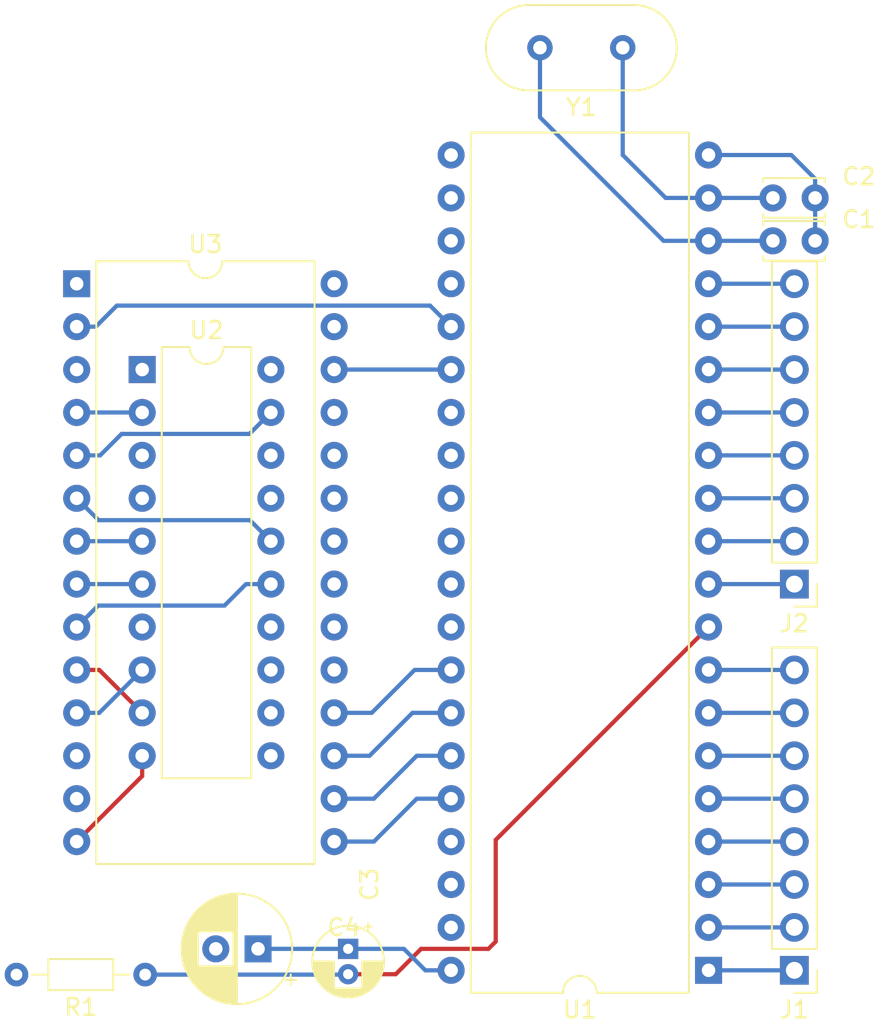
<source format=kicad_pcb>
(kicad_pcb (version 20171130) (host pcbnew "(5.0.1)-3")

  (general
    (thickness 1.6)
    (drawings 0)
    (tracks 88)
    (zones 0)
    (modules 11)
    (nets 50)
  )

  (page A4)
  (layers
    (0 F.Cu signal)
    (31 B.Cu signal)
    (32 B.Adhes user hide)
    (33 F.Adhes user hide)
    (34 B.Paste user hide)
    (35 F.Paste user hide)
    (36 B.SilkS user hide)
    (37 F.SilkS user)
    (38 B.Mask user hide)
    (39 F.Mask user hide)
    (40 Dwgs.User user hide)
    (41 Cmts.User user hide)
    (42 Eco1.User user hide)
    (43 Eco2.User user hide)
    (44 Edge.Cuts user hide)
    (45 Margin user hide)
    (46 B.CrtYd user hide)
    (47 F.CrtYd user)
    (48 B.Fab user hide)
    (49 F.Fab user hide)
  )

  (setup
    (last_trace_width 0.25)
    (trace_clearance 0.2)
    (zone_clearance 0.508)
    (zone_45_only no)
    (trace_min 0.2)
    (segment_width 0.2)
    (edge_width 0.15)
    (via_size 0.8)
    (via_drill 0.4)
    (via_min_size 0.4)
    (via_min_drill 0.3)
    (uvia_size 0.3)
    (uvia_drill 0.1)
    (uvias_allowed no)
    (uvia_min_size 0.2)
    (uvia_min_drill 0.1)
    (pcb_text_width 0.3)
    (pcb_text_size 1.5 1.5)
    (mod_edge_width 0.15)
    (mod_text_size 1 1)
    (mod_text_width 0.15)
    (pad_size 1.524 1.524)
    (pad_drill 0.762)
    (pad_to_mask_clearance 0.051)
    (solder_mask_min_width 0.25)
    (aux_axis_origin 0 0)
    (visible_elements 7FFFFFFF)
    (pcbplotparams
      (layerselection 0x010fc_ffffffff)
      (usegerberextensions false)
      (usegerberattributes false)
      (usegerberadvancedattributes false)
      (creategerberjobfile false)
      (excludeedgelayer true)
      (linewidth 0.100000)
      (plotframeref false)
      (viasonmask false)
      (mode 1)
      (useauxorigin false)
      (hpglpennumber 1)
      (hpglpenspeed 20)
      (hpglpendiameter 15.000000)
      (psnegative false)
      (psa4output false)
      (plotreference true)
      (plotvalue true)
      (plotinvisibletext false)
      (padsonsilk false)
      (subtractmaskfromsilk false)
      (outputformat 1)
      (mirror false)
      (drillshape 1)
      (scaleselection 1)
      (outputdirectory ""))
  )

  (net 0 "")
  (net 1 "Net-(C1-Pad1)")
  (net 2 GND)
  (net 3 "Net-(C2-Pad1)")
  (net 4 VCC)
  (net 5 "Net-(C3-Pad2)")
  (net 6 "Net-(J1-Pad1)")
  (net 7 "Net-(J1-Pad2)")
  (net 8 "Net-(J1-Pad3)")
  (net 9 "Net-(J1-Pad4)")
  (net 10 "Net-(J1-Pad5)")
  (net 11 "Net-(J1-Pad6)")
  (net 12 "Net-(J1-Pad7)")
  (net 13 "Net-(J1-Pad8)")
  (net 14 "Net-(J2-Pad8)")
  (net 15 "Net-(J2-Pad7)")
  (net 16 "Net-(J2-Pad6)")
  (net 17 "Net-(J2-Pad5)")
  (net 18 "Net-(J2-Pad4)")
  (net 19 "Net-(J2-Pad3)")
  (net 20 "Net-(J2-Pad2)")
  (net 21 "Net-(J2-Pad1)")
  (net 22 A8)
  (net 23 A9)
  (net 24 A10)
  (net 25 A11)
  (net 26 A12)
  (net 27 A13)
  (net 28 "Net-(U1-Pad27)")
  (net 29 "Net-(U1-Pad28)")
  (net 30 PSEN)
  (net 31 ALE)
  (net 32 DB7)
  (net 33 DB6)
  (net 34 DB5)
  (net 35 DB4)
  (net 36 DB3)
  (net 37 DB2)
  (net 38 DB1)
  (net 39 DB0)
  (net 40 A6)
  (net 41 A7)
  (net 42 A3)
  (net 43 A1)
  (net 44 A2)
  (net 45 A4)
  (net 46 A0)
  (net 47 A5)
  (net 48 "Net-(U3-Pad1)")
  (net 49 "Net-(U3-Pad27)")

  (net_class Default 这是默认网络组.
    (clearance 0.2)
    (trace_width 0.25)
    (via_dia 0.8)
    (via_drill 0.4)
    (uvia_dia 0.3)
    (uvia_drill 0.1)
    (add_net A0)
    (add_net A1)
    (add_net A10)
    (add_net A11)
    (add_net A12)
    (add_net A13)
    (add_net A2)
    (add_net A3)
    (add_net A4)
    (add_net A5)
    (add_net A6)
    (add_net A7)
    (add_net A8)
    (add_net A9)
    (add_net ALE)
    (add_net DB0)
    (add_net DB1)
    (add_net DB2)
    (add_net DB3)
    (add_net DB4)
    (add_net DB5)
    (add_net DB6)
    (add_net DB7)
    (add_net GND)
    (add_net "Net-(C1-Pad1)")
    (add_net "Net-(C2-Pad1)")
    (add_net "Net-(C3-Pad2)")
    (add_net "Net-(J1-Pad1)")
    (add_net "Net-(J1-Pad2)")
    (add_net "Net-(J1-Pad3)")
    (add_net "Net-(J1-Pad4)")
    (add_net "Net-(J1-Pad5)")
    (add_net "Net-(J1-Pad6)")
    (add_net "Net-(J1-Pad7)")
    (add_net "Net-(J1-Pad8)")
    (add_net "Net-(J2-Pad1)")
    (add_net "Net-(J2-Pad2)")
    (add_net "Net-(J2-Pad3)")
    (add_net "Net-(J2-Pad4)")
    (add_net "Net-(J2-Pad5)")
    (add_net "Net-(J2-Pad6)")
    (add_net "Net-(J2-Pad7)")
    (add_net "Net-(J2-Pad8)")
    (add_net "Net-(U1-Pad27)")
    (add_net "Net-(U1-Pad28)")
    (add_net "Net-(U3-Pad1)")
    (add_net "Net-(U3-Pad27)")
    (add_net PSEN)
    (add_net VCC)
  )

  (module Capacitor_THT:C_Disc_D3.4mm_W2.1mm_P2.50mm (layer F.Cu) (tedit 62CD72C7) (tstamp 62D9E746)
    (at 180.34 62.23)
    (descr "C, Disc series, Radial, pin pitch=2.50mm, , diameter*width=3.4*2.1mm^2, Capacitor, http://www.vishay.com/docs/45233/krseries.pdf")
    (tags "C Disc series Radial pin pitch 2.50mm  diameter 3.4mm width 2.1mm Capacitor")
    (path /62CFB74C)
    (fp_text reference C1 (at 5.08 -1.27) (layer F.SilkS)
      (effects (font (size 1 1) (thickness 0.15)))
    )
    (fp_text value 30P (at 5.08 0) (layer F.Fab)
      (effects (font (size 1 1) (thickness 0.15)))
    )
    (fp_line (start -0.45 -1.05) (end -0.45 1.05) (layer F.Fab) (width 0.1))
    (fp_line (start -0.45 1.05) (end 2.95 1.05) (layer F.Fab) (width 0.1))
    (fp_line (start 2.95 1.05) (end 2.95 -1.05) (layer F.Fab) (width 0.1))
    (fp_line (start 2.95 -1.05) (end -0.45 -1.05) (layer F.Fab) (width 0.1))
    (fp_line (start -0.57 -1.17) (end 3.07 -1.17) (layer F.SilkS) (width 0.12))
    (fp_line (start -0.57 1.17) (end 3.07 1.17) (layer F.SilkS) (width 0.12))
    (fp_line (start -0.57 -1.17) (end -0.57 -0.925) (layer F.SilkS) (width 0.12))
    (fp_line (start -0.57 0.925) (end -0.57 1.17) (layer F.SilkS) (width 0.12))
    (fp_line (start 3.07 -1.17) (end 3.07 -0.925) (layer F.SilkS) (width 0.12))
    (fp_line (start 3.07 0.925) (end 3.07 1.17) (layer F.SilkS) (width 0.12))
    (fp_line (start -1.05 -1.3) (end -1.05 1.3) (layer F.CrtYd) (width 0.05))
    (fp_line (start -1.05 1.3) (end 3.55 1.3) (layer F.CrtYd) (width 0.05))
    (fp_line (start 3.55 1.3) (end 3.55 -1.3) (layer F.CrtYd) (width 0.05))
    (fp_line (start 3.55 -1.3) (end -1.05 -1.3) (layer F.CrtYd) (width 0.05))
    (fp_text user %R (at 1.25 0) (layer F.Fab) hide
      (effects (font (size 0.68 0.68) (thickness 0.102)))
    )
    (pad 1 thru_hole circle (at 0 0) (size 1.6 1.6) (drill 0.8) (layers *.Cu *.Mask)
      (net 1 "Net-(C1-Pad1)"))
    (pad 2 thru_hole circle (at 2.5 0) (size 1.6 1.6) (drill 0.8) (layers *.Cu *.Mask)
      (net 2 GND))
    (model ${KISYS3DMOD}/Capacitor_THT.3dshapes/C_Disc_D3.4mm_W2.1mm_P2.50mm.wrl
      (at (xyz 0 0 0))
      (scale (xyz 1 1 1))
      (rotate (xyz 0 0 0))
    )
  )

  (module Capacitor_THT:C_Disc_D3.4mm_W2.1mm_P2.50mm (layer F.Cu) (tedit 62CDF006) (tstamp 62D9E75B)
    (at 180.34 59.69)
    (descr "C, Disc series, Radial, pin pitch=2.50mm, , diameter*width=3.4*2.1mm^2, Capacitor, http://www.vishay.com/docs/45233/krseries.pdf")
    (tags "C Disc series Radial pin pitch 2.50mm  diameter 3.4mm width 2.1mm Capacitor")
    (path /62CFB7BD)
    (fp_text reference C2 (at 5.08 -1.27) (layer F.SilkS)
      (effects (font (size 1 1) (thickness 0.15)))
    )
    (fp_text value 30P (at 5.08 0) (layer F.Fab)
      (effects (font (size 1 1) (thickness 0.15)))
    )
    (fp_text user %R (at 1.25 0) (layer F.Fab) hide
      (effects (font (size 0.68 0.68) (thickness 0.102)))
    )
    (fp_line (start 3.55 -1.3) (end -1.05 -1.3) (layer F.CrtYd) (width 0.05))
    (fp_line (start 3.55 1.3) (end 3.55 -1.3) (layer F.CrtYd) (width 0.05))
    (fp_line (start -1.05 1.3) (end 3.55 1.3) (layer F.CrtYd) (width 0.05))
    (fp_line (start -1.05 -1.3) (end -1.05 1.3) (layer F.CrtYd) (width 0.05))
    (fp_line (start 3.07 0.925) (end 3.07 1.17) (layer F.SilkS) (width 0.12))
    (fp_line (start 3.07 -1.17) (end 3.07 -0.925) (layer F.SilkS) (width 0.12))
    (fp_line (start -0.57 0.925) (end -0.57 1.17) (layer F.SilkS) (width 0.12))
    (fp_line (start -0.57 -1.17) (end -0.57 -0.925) (layer F.SilkS) (width 0.12))
    (fp_line (start -0.57 1.17) (end 3.07 1.17) (layer F.SilkS) (width 0.12))
    (fp_line (start -0.57 -1.17) (end 3.07 -1.17) (layer F.SilkS) (width 0.12))
    (fp_line (start 2.95 -1.05) (end -0.45 -1.05) (layer F.Fab) (width 0.1))
    (fp_line (start 2.95 1.05) (end 2.95 -1.05) (layer F.Fab) (width 0.1))
    (fp_line (start -0.45 1.05) (end 2.95 1.05) (layer F.Fab) (width 0.1))
    (fp_line (start -0.45 -1.05) (end -0.45 1.05) (layer F.Fab) (width 0.1))
    (pad 2 thru_hole circle (at 2.5 0) (size 1.6 1.6) (drill 0.8) (layers *.Cu *.Mask)
      (net 2 GND))
    (pad 1 thru_hole circle (at 0 0) (size 1.6 1.6) (drill 0.8) (layers *.Cu *.Mask)
      (net 3 "Net-(C2-Pad1)"))
    (model ${KISYS3DMOD}/Capacitor_THT.3dshapes/C_Disc_D3.4mm_W2.1mm_P2.50mm.wrl
      (at (xyz 0 0 0))
      (scale (xyz 1 1 1))
      (rotate (xyz 0 0 0))
    )
  )

  (module Capacitor_THT:CP_Radial_D4.0mm_P1.50mm (layer F.Cu) (tedit 5AE50EF0) (tstamp 62D9FBC1)
    (at 155.194 104.14 270)
    (descr "CP, Radial series, Radial, pin pitch=1.50mm, , diameter=4mm, Electrolytic Capacitor")
    (tags "CP Radial series Radial pin pitch 1.50mm  diameter 4mm Electrolytic Capacitor")
    (path /62D1A95E)
    (fp_text reference C3 (at -3.81 -1.27 270) (layer F.SilkS)
      (effects (font (size 1 1) (thickness 0.15)))
    )
    (fp_text value 10U (at -3.81 1.27 270) (layer F.Fab)
      (effects (font (size 1 1) (thickness 0.15)))
    )
    (fp_circle (center 0.75 0) (end 2.75 0) (layer F.Fab) (width 0.1))
    (fp_circle (center 0.75 0) (end 2.87 0) (layer F.SilkS) (width 0.12))
    (fp_circle (center 0.75 0) (end 3 0) (layer F.CrtYd) (width 0.05))
    (fp_line (start -0.952554 -0.8675) (end -0.552554 -0.8675) (layer F.Fab) (width 0.1))
    (fp_line (start -0.752554 -1.0675) (end -0.752554 -0.6675) (layer F.Fab) (width 0.1))
    (fp_line (start 0.75 0.84) (end 0.75 2.08) (layer F.SilkS) (width 0.12))
    (fp_line (start 0.75 -2.08) (end 0.75 -0.84) (layer F.SilkS) (width 0.12))
    (fp_line (start 0.79 0.84) (end 0.79 2.08) (layer F.SilkS) (width 0.12))
    (fp_line (start 0.79 -2.08) (end 0.79 -0.84) (layer F.SilkS) (width 0.12))
    (fp_line (start 0.83 0.84) (end 0.83 2.079) (layer F.SilkS) (width 0.12))
    (fp_line (start 0.83 -2.079) (end 0.83 -0.84) (layer F.SilkS) (width 0.12))
    (fp_line (start 0.87 -2.077) (end 0.87 -0.84) (layer F.SilkS) (width 0.12))
    (fp_line (start 0.87 0.84) (end 0.87 2.077) (layer F.SilkS) (width 0.12))
    (fp_line (start 0.91 -2.074) (end 0.91 -0.84) (layer F.SilkS) (width 0.12))
    (fp_line (start 0.91 0.84) (end 0.91 2.074) (layer F.SilkS) (width 0.12))
    (fp_line (start 0.95 -2.071) (end 0.95 -0.84) (layer F.SilkS) (width 0.12))
    (fp_line (start 0.95 0.84) (end 0.95 2.071) (layer F.SilkS) (width 0.12))
    (fp_line (start 0.99 -2.067) (end 0.99 -0.84) (layer F.SilkS) (width 0.12))
    (fp_line (start 0.99 0.84) (end 0.99 2.067) (layer F.SilkS) (width 0.12))
    (fp_line (start 1.03 -2.062) (end 1.03 -0.84) (layer F.SilkS) (width 0.12))
    (fp_line (start 1.03 0.84) (end 1.03 2.062) (layer F.SilkS) (width 0.12))
    (fp_line (start 1.07 -2.056) (end 1.07 -0.84) (layer F.SilkS) (width 0.12))
    (fp_line (start 1.07 0.84) (end 1.07 2.056) (layer F.SilkS) (width 0.12))
    (fp_line (start 1.11 -2.05) (end 1.11 -0.84) (layer F.SilkS) (width 0.12))
    (fp_line (start 1.11 0.84) (end 1.11 2.05) (layer F.SilkS) (width 0.12))
    (fp_line (start 1.15 -2.042) (end 1.15 -0.84) (layer F.SilkS) (width 0.12))
    (fp_line (start 1.15 0.84) (end 1.15 2.042) (layer F.SilkS) (width 0.12))
    (fp_line (start 1.19 -2.034) (end 1.19 -0.84) (layer F.SilkS) (width 0.12))
    (fp_line (start 1.19 0.84) (end 1.19 2.034) (layer F.SilkS) (width 0.12))
    (fp_line (start 1.23 -2.025) (end 1.23 -0.84) (layer F.SilkS) (width 0.12))
    (fp_line (start 1.23 0.84) (end 1.23 2.025) (layer F.SilkS) (width 0.12))
    (fp_line (start 1.27 -2.016) (end 1.27 -0.84) (layer F.SilkS) (width 0.12))
    (fp_line (start 1.27 0.84) (end 1.27 2.016) (layer F.SilkS) (width 0.12))
    (fp_line (start 1.31 -2.005) (end 1.31 -0.84) (layer F.SilkS) (width 0.12))
    (fp_line (start 1.31 0.84) (end 1.31 2.005) (layer F.SilkS) (width 0.12))
    (fp_line (start 1.35 -1.994) (end 1.35 -0.84) (layer F.SilkS) (width 0.12))
    (fp_line (start 1.35 0.84) (end 1.35 1.994) (layer F.SilkS) (width 0.12))
    (fp_line (start 1.39 -1.982) (end 1.39 -0.84) (layer F.SilkS) (width 0.12))
    (fp_line (start 1.39 0.84) (end 1.39 1.982) (layer F.SilkS) (width 0.12))
    (fp_line (start 1.43 -1.968) (end 1.43 -0.84) (layer F.SilkS) (width 0.12))
    (fp_line (start 1.43 0.84) (end 1.43 1.968) (layer F.SilkS) (width 0.12))
    (fp_line (start 1.471 -1.954) (end 1.471 -0.84) (layer F.SilkS) (width 0.12))
    (fp_line (start 1.471 0.84) (end 1.471 1.954) (layer F.SilkS) (width 0.12))
    (fp_line (start 1.511 -1.94) (end 1.511 -0.84) (layer F.SilkS) (width 0.12))
    (fp_line (start 1.511 0.84) (end 1.511 1.94) (layer F.SilkS) (width 0.12))
    (fp_line (start 1.551 -1.924) (end 1.551 -0.84) (layer F.SilkS) (width 0.12))
    (fp_line (start 1.551 0.84) (end 1.551 1.924) (layer F.SilkS) (width 0.12))
    (fp_line (start 1.591 -1.907) (end 1.591 -0.84) (layer F.SilkS) (width 0.12))
    (fp_line (start 1.591 0.84) (end 1.591 1.907) (layer F.SilkS) (width 0.12))
    (fp_line (start 1.631 -1.889) (end 1.631 -0.84) (layer F.SilkS) (width 0.12))
    (fp_line (start 1.631 0.84) (end 1.631 1.889) (layer F.SilkS) (width 0.12))
    (fp_line (start 1.671 -1.87) (end 1.671 -0.84) (layer F.SilkS) (width 0.12))
    (fp_line (start 1.671 0.84) (end 1.671 1.87) (layer F.SilkS) (width 0.12))
    (fp_line (start 1.711 -1.851) (end 1.711 -0.84) (layer F.SilkS) (width 0.12))
    (fp_line (start 1.711 0.84) (end 1.711 1.851) (layer F.SilkS) (width 0.12))
    (fp_line (start 1.751 -1.83) (end 1.751 -0.84) (layer F.SilkS) (width 0.12))
    (fp_line (start 1.751 0.84) (end 1.751 1.83) (layer F.SilkS) (width 0.12))
    (fp_line (start 1.791 -1.808) (end 1.791 -0.84) (layer F.SilkS) (width 0.12))
    (fp_line (start 1.791 0.84) (end 1.791 1.808) (layer F.SilkS) (width 0.12))
    (fp_line (start 1.831 -1.785) (end 1.831 -0.84) (layer F.SilkS) (width 0.12))
    (fp_line (start 1.831 0.84) (end 1.831 1.785) (layer F.SilkS) (width 0.12))
    (fp_line (start 1.871 -1.76) (end 1.871 -0.84) (layer F.SilkS) (width 0.12))
    (fp_line (start 1.871 0.84) (end 1.871 1.76) (layer F.SilkS) (width 0.12))
    (fp_line (start 1.911 -1.735) (end 1.911 -0.84) (layer F.SilkS) (width 0.12))
    (fp_line (start 1.911 0.84) (end 1.911 1.735) (layer F.SilkS) (width 0.12))
    (fp_line (start 1.951 -1.708) (end 1.951 -0.84) (layer F.SilkS) (width 0.12))
    (fp_line (start 1.951 0.84) (end 1.951 1.708) (layer F.SilkS) (width 0.12))
    (fp_line (start 1.991 -1.68) (end 1.991 -0.84) (layer F.SilkS) (width 0.12))
    (fp_line (start 1.991 0.84) (end 1.991 1.68) (layer F.SilkS) (width 0.12))
    (fp_line (start 2.031 -1.65) (end 2.031 -0.84) (layer F.SilkS) (width 0.12))
    (fp_line (start 2.031 0.84) (end 2.031 1.65) (layer F.SilkS) (width 0.12))
    (fp_line (start 2.071 -1.619) (end 2.071 -0.84) (layer F.SilkS) (width 0.12))
    (fp_line (start 2.071 0.84) (end 2.071 1.619) (layer F.SilkS) (width 0.12))
    (fp_line (start 2.111 -1.587) (end 2.111 -0.84) (layer F.SilkS) (width 0.12))
    (fp_line (start 2.111 0.84) (end 2.111 1.587) (layer F.SilkS) (width 0.12))
    (fp_line (start 2.151 -1.552) (end 2.151 -0.84) (layer F.SilkS) (width 0.12))
    (fp_line (start 2.151 0.84) (end 2.151 1.552) (layer F.SilkS) (width 0.12))
    (fp_line (start 2.191 -1.516) (end 2.191 -0.84) (layer F.SilkS) (width 0.12))
    (fp_line (start 2.191 0.84) (end 2.191 1.516) (layer F.SilkS) (width 0.12))
    (fp_line (start 2.231 -1.478) (end 2.231 -0.84) (layer F.SilkS) (width 0.12))
    (fp_line (start 2.231 0.84) (end 2.231 1.478) (layer F.SilkS) (width 0.12))
    (fp_line (start 2.271 -1.438) (end 2.271 -0.84) (layer F.SilkS) (width 0.12))
    (fp_line (start 2.271 0.84) (end 2.271 1.438) (layer F.SilkS) (width 0.12))
    (fp_line (start 2.311 -1.396) (end 2.311 -0.84) (layer F.SilkS) (width 0.12))
    (fp_line (start 2.311 0.84) (end 2.311 1.396) (layer F.SilkS) (width 0.12))
    (fp_line (start 2.351 -1.351) (end 2.351 1.351) (layer F.SilkS) (width 0.12))
    (fp_line (start 2.391 -1.304) (end 2.391 1.304) (layer F.SilkS) (width 0.12))
    (fp_line (start 2.431 -1.254) (end 2.431 1.254) (layer F.SilkS) (width 0.12))
    (fp_line (start 2.471 -1.2) (end 2.471 1.2) (layer F.SilkS) (width 0.12))
    (fp_line (start 2.511 -1.142) (end 2.511 1.142) (layer F.SilkS) (width 0.12))
    (fp_line (start 2.551 -1.08) (end 2.551 1.08) (layer F.SilkS) (width 0.12))
    (fp_line (start 2.591 -1.013) (end 2.591 1.013) (layer F.SilkS) (width 0.12))
    (fp_line (start 2.631 -0.94) (end 2.631 0.94) (layer F.SilkS) (width 0.12))
    (fp_line (start 2.671 -0.859) (end 2.671 0.859) (layer F.SilkS) (width 0.12))
    (fp_line (start 2.711 -0.768) (end 2.711 0.768) (layer F.SilkS) (width 0.12))
    (fp_line (start 2.751 -0.664) (end 2.751 0.664) (layer F.SilkS) (width 0.12))
    (fp_line (start 2.791 -0.537) (end 2.791 0.537) (layer F.SilkS) (width 0.12))
    (fp_line (start 2.831 -0.37) (end 2.831 0.37) (layer F.SilkS) (width 0.12))
    (fp_line (start -1.519801 -1.195) (end -1.119801 -1.195) (layer F.SilkS) (width 0.12))
    (fp_line (start -1.319801 -1.395) (end -1.319801 -0.995) (layer F.SilkS) (width 0.12))
    (fp_text user %R (at 0.75 0 270) (layer F.Fab)
      (effects (font (size 0.8 0.8) (thickness 0.12)))
    )
    (pad 1 thru_hole rect (at 0 0 270) (size 1.2 1.2) (drill 0.6) (layers *.Cu *.Mask)
      (net 4 VCC))
    (pad 2 thru_hole circle (at 1.5 0 270) (size 1.2 1.2) (drill 0.6) (layers *.Cu *.Mask)
      (net 5 "Net-(C3-Pad2)"))
    (model ${KISYS3DMOD}/Capacitor_THT.3dshapes/CP_Radial_D4.0mm_P1.50mm.wrl
      (at (xyz 0 0 0))
      (scale (xyz 1 1 1))
      (rotate (xyz 0 0 0))
    )
  )

  (module Capacitor_THT:CP_Radial_D6.3mm_P2.50mm (layer F.Cu) (tedit 5AE50EF0) (tstamp 62D9E85A)
    (at 149.86 104.14 180)
    (descr "CP, Radial series, Radial, pin pitch=2.50mm, , diameter=6.3mm, Electrolytic Capacitor")
    (tags "CP Radial series Radial pin pitch 2.50mm  diameter 6.3mm Electrolytic Capacitor")
    (path /62D25DD0)
    (fp_text reference C4 (at -5.08 1.27 180) (layer F.SilkS)
      (effects (font (size 1 1) (thickness 0.15)))
    )
    (fp_text value 100U (at -5.08 0 180) (layer F.Fab)
      (effects (font (size 1 1) (thickness 0.15)))
    )
    (fp_circle (center 1.25 0) (end 4.4 0) (layer F.Fab) (width 0.1))
    (fp_circle (center 1.25 0) (end 4.52 0) (layer F.SilkS) (width 0.12))
    (fp_circle (center 1.25 0) (end 4.65 0) (layer F.CrtYd) (width 0.05))
    (fp_line (start -1.443972 -1.3735) (end -0.813972 -1.3735) (layer F.Fab) (width 0.1))
    (fp_line (start -1.128972 -1.6885) (end -1.128972 -1.0585) (layer F.Fab) (width 0.1))
    (fp_line (start 1.25 -3.23) (end 1.25 3.23) (layer F.SilkS) (width 0.12))
    (fp_line (start 1.29 -3.23) (end 1.29 3.23) (layer F.SilkS) (width 0.12))
    (fp_line (start 1.33 -3.23) (end 1.33 3.23) (layer F.SilkS) (width 0.12))
    (fp_line (start 1.37 -3.228) (end 1.37 3.228) (layer F.SilkS) (width 0.12))
    (fp_line (start 1.41 -3.227) (end 1.41 3.227) (layer F.SilkS) (width 0.12))
    (fp_line (start 1.45 -3.224) (end 1.45 3.224) (layer F.SilkS) (width 0.12))
    (fp_line (start 1.49 -3.222) (end 1.49 -1.04) (layer F.SilkS) (width 0.12))
    (fp_line (start 1.49 1.04) (end 1.49 3.222) (layer F.SilkS) (width 0.12))
    (fp_line (start 1.53 -3.218) (end 1.53 -1.04) (layer F.SilkS) (width 0.12))
    (fp_line (start 1.53 1.04) (end 1.53 3.218) (layer F.SilkS) (width 0.12))
    (fp_line (start 1.57 -3.215) (end 1.57 -1.04) (layer F.SilkS) (width 0.12))
    (fp_line (start 1.57 1.04) (end 1.57 3.215) (layer F.SilkS) (width 0.12))
    (fp_line (start 1.61 -3.211) (end 1.61 -1.04) (layer F.SilkS) (width 0.12))
    (fp_line (start 1.61 1.04) (end 1.61 3.211) (layer F.SilkS) (width 0.12))
    (fp_line (start 1.65 -3.206) (end 1.65 -1.04) (layer F.SilkS) (width 0.12))
    (fp_line (start 1.65 1.04) (end 1.65 3.206) (layer F.SilkS) (width 0.12))
    (fp_line (start 1.69 -3.201) (end 1.69 -1.04) (layer F.SilkS) (width 0.12))
    (fp_line (start 1.69 1.04) (end 1.69 3.201) (layer F.SilkS) (width 0.12))
    (fp_line (start 1.73 -3.195) (end 1.73 -1.04) (layer F.SilkS) (width 0.12))
    (fp_line (start 1.73 1.04) (end 1.73 3.195) (layer F.SilkS) (width 0.12))
    (fp_line (start 1.77 -3.189) (end 1.77 -1.04) (layer F.SilkS) (width 0.12))
    (fp_line (start 1.77 1.04) (end 1.77 3.189) (layer F.SilkS) (width 0.12))
    (fp_line (start 1.81 -3.182) (end 1.81 -1.04) (layer F.SilkS) (width 0.12))
    (fp_line (start 1.81 1.04) (end 1.81 3.182) (layer F.SilkS) (width 0.12))
    (fp_line (start 1.85 -3.175) (end 1.85 -1.04) (layer F.SilkS) (width 0.12))
    (fp_line (start 1.85 1.04) (end 1.85 3.175) (layer F.SilkS) (width 0.12))
    (fp_line (start 1.89 -3.167) (end 1.89 -1.04) (layer F.SilkS) (width 0.12))
    (fp_line (start 1.89 1.04) (end 1.89 3.167) (layer F.SilkS) (width 0.12))
    (fp_line (start 1.93 -3.159) (end 1.93 -1.04) (layer F.SilkS) (width 0.12))
    (fp_line (start 1.93 1.04) (end 1.93 3.159) (layer F.SilkS) (width 0.12))
    (fp_line (start 1.971 -3.15) (end 1.971 -1.04) (layer F.SilkS) (width 0.12))
    (fp_line (start 1.971 1.04) (end 1.971 3.15) (layer F.SilkS) (width 0.12))
    (fp_line (start 2.011 -3.141) (end 2.011 -1.04) (layer F.SilkS) (width 0.12))
    (fp_line (start 2.011 1.04) (end 2.011 3.141) (layer F.SilkS) (width 0.12))
    (fp_line (start 2.051 -3.131) (end 2.051 -1.04) (layer F.SilkS) (width 0.12))
    (fp_line (start 2.051 1.04) (end 2.051 3.131) (layer F.SilkS) (width 0.12))
    (fp_line (start 2.091 -3.121) (end 2.091 -1.04) (layer F.SilkS) (width 0.12))
    (fp_line (start 2.091 1.04) (end 2.091 3.121) (layer F.SilkS) (width 0.12))
    (fp_line (start 2.131 -3.11) (end 2.131 -1.04) (layer F.SilkS) (width 0.12))
    (fp_line (start 2.131 1.04) (end 2.131 3.11) (layer F.SilkS) (width 0.12))
    (fp_line (start 2.171 -3.098) (end 2.171 -1.04) (layer F.SilkS) (width 0.12))
    (fp_line (start 2.171 1.04) (end 2.171 3.098) (layer F.SilkS) (width 0.12))
    (fp_line (start 2.211 -3.086) (end 2.211 -1.04) (layer F.SilkS) (width 0.12))
    (fp_line (start 2.211 1.04) (end 2.211 3.086) (layer F.SilkS) (width 0.12))
    (fp_line (start 2.251 -3.074) (end 2.251 -1.04) (layer F.SilkS) (width 0.12))
    (fp_line (start 2.251 1.04) (end 2.251 3.074) (layer F.SilkS) (width 0.12))
    (fp_line (start 2.291 -3.061) (end 2.291 -1.04) (layer F.SilkS) (width 0.12))
    (fp_line (start 2.291 1.04) (end 2.291 3.061) (layer F.SilkS) (width 0.12))
    (fp_line (start 2.331 -3.047) (end 2.331 -1.04) (layer F.SilkS) (width 0.12))
    (fp_line (start 2.331 1.04) (end 2.331 3.047) (layer F.SilkS) (width 0.12))
    (fp_line (start 2.371 -3.033) (end 2.371 -1.04) (layer F.SilkS) (width 0.12))
    (fp_line (start 2.371 1.04) (end 2.371 3.033) (layer F.SilkS) (width 0.12))
    (fp_line (start 2.411 -3.018) (end 2.411 -1.04) (layer F.SilkS) (width 0.12))
    (fp_line (start 2.411 1.04) (end 2.411 3.018) (layer F.SilkS) (width 0.12))
    (fp_line (start 2.451 -3.002) (end 2.451 -1.04) (layer F.SilkS) (width 0.12))
    (fp_line (start 2.451 1.04) (end 2.451 3.002) (layer F.SilkS) (width 0.12))
    (fp_line (start 2.491 -2.986) (end 2.491 -1.04) (layer F.SilkS) (width 0.12))
    (fp_line (start 2.491 1.04) (end 2.491 2.986) (layer F.SilkS) (width 0.12))
    (fp_line (start 2.531 -2.97) (end 2.531 -1.04) (layer F.SilkS) (width 0.12))
    (fp_line (start 2.531 1.04) (end 2.531 2.97) (layer F.SilkS) (width 0.12))
    (fp_line (start 2.571 -2.952) (end 2.571 -1.04) (layer F.SilkS) (width 0.12))
    (fp_line (start 2.571 1.04) (end 2.571 2.952) (layer F.SilkS) (width 0.12))
    (fp_line (start 2.611 -2.934) (end 2.611 -1.04) (layer F.SilkS) (width 0.12))
    (fp_line (start 2.611 1.04) (end 2.611 2.934) (layer F.SilkS) (width 0.12))
    (fp_line (start 2.651 -2.916) (end 2.651 -1.04) (layer F.SilkS) (width 0.12))
    (fp_line (start 2.651 1.04) (end 2.651 2.916) (layer F.SilkS) (width 0.12))
    (fp_line (start 2.691 -2.896) (end 2.691 -1.04) (layer F.SilkS) (width 0.12))
    (fp_line (start 2.691 1.04) (end 2.691 2.896) (layer F.SilkS) (width 0.12))
    (fp_line (start 2.731 -2.876) (end 2.731 -1.04) (layer F.SilkS) (width 0.12))
    (fp_line (start 2.731 1.04) (end 2.731 2.876) (layer F.SilkS) (width 0.12))
    (fp_line (start 2.771 -2.856) (end 2.771 -1.04) (layer F.SilkS) (width 0.12))
    (fp_line (start 2.771 1.04) (end 2.771 2.856) (layer F.SilkS) (width 0.12))
    (fp_line (start 2.811 -2.834) (end 2.811 -1.04) (layer F.SilkS) (width 0.12))
    (fp_line (start 2.811 1.04) (end 2.811 2.834) (layer F.SilkS) (width 0.12))
    (fp_line (start 2.851 -2.812) (end 2.851 -1.04) (layer F.SilkS) (width 0.12))
    (fp_line (start 2.851 1.04) (end 2.851 2.812) (layer F.SilkS) (width 0.12))
    (fp_line (start 2.891 -2.79) (end 2.891 -1.04) (layer F.SilkS) (width 0.12))
    (fp_line (start 2.891 1.04) (end 2.891 2.79) (layer F.SilkS) (width 0.12))
    (fp_line (start 2.931 -2.766) (end 2.931 -1.04) (layer F.SilkS) (width 0.12))
    (fp_line (start 2.931 1.04) (end 2.931 2.766) (layer F.SilkS) (width 0.12))
    (fp_line (start 2.971 -2.742) (end 2.971 -1.04) (layer F.SilkS) (width 0.12))
    (fp_line (start 2.971 1.04) (end 2.971 2.742) (layer F.SilkS) (width 0.12))
    (fp_line (start 3.011 -2.716) (end 3.011 -1.04) (layer F.SilkS) (width 0.12))
    (fp_line (start 3.011 1.04) (end 3.011 2.716) (layer F.SilkS) (width 0.12))
    (fp_line (start 3.051 -2.69) (end 3.051 -1.04) (layer F.SilkS) (width 0.12))
    (fp_line (start 3.051 1.04) (end 3.051 2.69) (layer F.SilkS) (width 0.12))
    (fp_line (start 3.091 -2.664) (end 3.091 -1.04) (layer F.SilkS) (width 0.12))
    (fp_line (start 3.091 1.04) (end 3.091 2.664) (layer F.SilkS) (width 0.12))
    (fp_line (start 3.131 -2.636) (end 3.131 -1.04) (layer F.SilkS) (width 0.12))
    (fp_line (start 3.131 1.04) (end 3.131 2.636) (layer F.SilkS) (width 0.12))
    (fp_line (start 3.171 -2.607) (end 3.171 -1.04) (layer F.SilkS) (width 0.12))
    (fp_line (start 3.171 1.04) (end 3.171 2.607) (layer F.SilkS) (width 0.12))
    (fp_line (start 3.211 -2.578) (end 3.211 -1.04) (layer F.SilkS) (width 0.12))
    (fp_line (start 3.211 1.04) (end 3.211 2.578) (layer F.SilkS) (width 0.12))
    (fp_line (start 3.251 -2.548) (end 3.251 -1.04) (layer F.SilkS) (width 0.12))
    (fp_line (start 3.251 1.04) (end 3.251 2.548) (layer F.SilkS) (width 0.12))
    (fp_line (start 3.291 -2.516) (end 3.291 -1.04) (layer F.SilkS) (width 0.12))
    (fp_line (start 3.291 1.04) (end 3.291 2.516) (layer F.SilkS) (width 0.12))
    (fp_line (start 3.331 -2.484) (end 3.331 -1.04) (layer F.SilkS) (width 0.12))
    (fp_line (start 3.331 1.04) (end 3.331 2.484) (layer F.SilkS) (width 0.12))
    (fp_line (start 3.371 -2.45) (end 3.371 -1.04) (layer F.SilkS) (width 0.12))
    (fp_line (start 3.371 1.04) (end 3.371 2.45) (layer F.SilkS) (width 0.12))
    (fp_line (start 3.411 -2.416) (end 3.411 -1.04) (layer F.SilkS) (width 0.12))
    (fp_line (start 3.411 1.04) (end 3.411 2.416) (layer F.SilkS) (width 0.12))
    (fp_line (start 3.451 -2.38) (end 3.451 -1.04) (layer F.SilkS) (width 0.12))
    (fp_line (start 3.451 1.04) (end 3.451 2.38) (layer F.SilkS) (width 0.12))
    (fp_line (start 3.491 -2.343) (end 3.491 -1.04) (layer F.SilkS) (width 0.12))
    (fp_line (start 3.491 1.04) (end 3.491 2.343) (layer F.SilkS) (width 0.12))
    (fp_line (start 3.531 -2.305) (end 3.531 -1.04) (layer F.SilkS) (width 0.12))
    (fp_line (start 3.531 1.04) (end 3.531 2.305) (layer F.SilkS) (width 0.12))
    (fp_line (start 3.571 -2.265) (end 3.571 2.265) (layer F.SilkS) (width 0.12))
    (fp_line (start 3.611 -2.224) (end 3.611 2.224) (layer F.SilkS) (width 0.12))
    (fp_line (start 3.651 -2.182) (end 3.651 2.182) (layer F.SilkS) (width 0.12))
    (fp_line (start 3.691 -2.137) (end 3.691 2.137) (layer F.SilkS) (width 0.12))
    (fp_line (start 3.731 -2.092) (end 3.731 2.092) (layer F.SilkS) (width 0.12))
    (fp_line (start 3.771 -2.044) (end 3.771 2.044) (layer F.SilkS) (width 0.12))
    (fp_line (start 3.811 -1.995) (end 3.811 1.995) (layer F.SilkS) (width 0.12))
    (fp_line (start 3.851 -1.944) (end 3.851 1.944) (layer F.SilkS) (width 0.12))
    (fp_line (start 3.891 -1.89) (end 3.891 1.89) (layer F.SilkS) (width 0.12))
    (fp_line (start 3.931 -1.834) (end 3.931 1.834) (layer F.SilkS) (width 0.12))
    (fp_line (start 3.971 -1.776) (end 3.971 1.776) (layer F.SilkS) (width 0.12))
    (fp_line (start 4.011 -1.714) (end 4.011 1.714) (layer F.SilkS) (width 0.12))
    (fp_line (start 4.051 -1.65) (end 4.051 1.65) (layer F.SilkS) (width 0.12))
    (fp_line (start 4.091 -1.581) (end 4.091 1.581) (layer F.SilkS) (width 0.12))
    (fp_line (start 4.131 -1.509) (end 4.131 1.509) (layer F.SilkS) (width 0.12))
    (fp_line (start 4.171 -1.432) (end 4.171 1.432) (layer F.SilkS) (width 0.12))
    (fp_line (start 4.211 -1.35) (end 4.211 1.35) (layer F.SilkS) (width 0.12))
    (fp_line (start 4.251 -1.262) (end 4.251 1.262) (layer F.SilkS) (width 0.12))
    (fp_line (start 4.291 -1.165) (end 4.291 1.165) (layer F.SilkS) (width 0.12))
    (fp_line (start 4.331 -1.059) (end 4.331 1.059) (layer F.SilkS) (width 0.12))
    (fp_line (start 4.371 -0.94) (end 4.371 0.94) (layer F.SilkS) (width 0.12))
    (fp_line (start 4.411 -0.802) (end 4.411 0.802) (layer F.SilkS) (width 0.12))
    (fp_line (start 4.451 -0.633) (end 4.451 0.633) (layer F.SilkS) (width 0.12))
    (fp_line (start 4.491 -0.402) (end 4.491 0.402) (layer F.SilkS) (width 0.12))
    (fp_line (start -2.250241 -1.839) (end -1.620241 -1.839) (layer F.SilkS) (width 0.12))
    (fp_line (start -1.935241 -2.154) (end -1.935241 -1.524) (layer F.SilkS) (width 0.12))
    (fp_text user %R (at 1.25 0 180) (layer F.Fab)
      (effects (font (size 1 1) (thickness 0.15)))
    )
    (pad 1 thru_hole rect (at 0 0 180) (size 1.6 1.6) (drill 0.8) (layers *.Cu *.Mask)
      (net 4 VCC))
    (pad 2 thru_hole circle (at 2.5 0 180) (size 1.6 1.6) (drill 0.8) (layers *.Cu *.Mask)
      (net 2 GND))
    (model ${KISYS3DMOD}/Capacitor_THT.3dshapes/CP_Radial_D6.3mm_P2.50mm.wrl
      (at (xyz 0 0 0))
      (scale (xyz 1 1 1))
      (rotate (xyz 0 0 0))
    )
  )

  (module Connector_PinHeader_2.54mm:PinHeader_1x08_P2.54mm_Vertical (layer F.Cu) (tedit 62CD725A) (tstamp 62D9E876)
    (at 181.61 105.41 180)
    (descr "Through hole straight pin header, 1x08, 2.54mm pitch, single row")
    (tags "Through hole pin header THT 1x08 2.54mm single row")
    (path /62CD71C7)
    (fp_text reference J1 (at 0 -2.33 180) (layer F.SilkS)
      (effects (font (size 1 1) (thickness 0.15)))
    )
    (fp_text value Conn_01x08_Male (at 0 20.11 180) (layer F.Fab) hide
      (effects (font (size 1 1) (thickness 0.15)))
    )
    (fp_line (start -0.635 -1.27) (end 1.27 -1.27) (layer F.Fab) (width 0.1))
    (fp_line (start 1.27 -1.27) (end 1.27 19.05) (layer F.Fab) (width 0.1))
    (fp_line (start 1.27 19.05) (end -1.27 19.05) (layer F.Fab) (width 0.1))
    (fp_line (start -1.27 19.05) (end -1.27 -0.635) (layer F.Fab) (width 0.1))
    (fp_line (start -1.27 -0.635) (end -0.635 -1.27) (layer F.Fab) (width 0.1))
    (fp_line (start -1.33 19.11) (end 1.33 19.11) (layer F.SilkS) (width 0.12))
    (fp_line (start -1.33 1.27) (end -1.33 19.11) (layer F.SilkS) (width 0.12))
    (fp_line (start 1.33 1.27) (end 1.33 19.11) (layer F.SilkS) (width 0.12))
    (fp_line (start -1.33 1.27) (end 1.33 1.27) (layer F.SilkS) (width 0.12))
    (fp_line (start -1.33 0) (end -1.33 -1.33) (layer F.SilkS) (width 0.12))
    (fp_line (start -1.33 -1.33) (end 0 -1.33) (layer F.SilkS) (width 0.12))
    (fp_line (start -1.8 -1.8) (end -1.8 19.55) (layer F.CrtYd) (width 0.05))
    (fp_line (start -1.8 19.55) (end 1.8 19.55) (layer F.CrtYd) (width 0.05))
    (fp_line (start 1.8 19.55) (end 1.8 -1.8) (layer F.CrtYd) (width 0.05))
    (fp_line (start 1.8 -1.8) (end -1.8 -1.8) (layer F.CrtYd) (width 0.05))
    (fp_text user %R (at 0 8.89 270) (layer F.Fab)
      (effects (font (size 1 1) (thickness 0.15)))
    )
    (pad 1 thru_hole rect (at 0 0 180) (size 1.7 1.7) (drill 1) (layers *.Cu *.Mask)
      (net 6 "Net-(J1-Pad1)"))
    (pad 2 thru_hole oval (at 0 2.54 180) (size 1.7 1.7) (drill 1) (layers *.Cu *.Mask)
      (net 7 "Net-(J1-Pad2)"))
    (pad 3 thru_hole oval (at 0 5.08 180) (size 1.7 1.7) (drill 1) (layers *.Cu *.Mask)
      (net 8 "Net-(J1-Pad3)"))
    (pad 4 thru_hole oval (at 0 7.62 180) (size 1.7 1.7) (drill 1) (layers *.Cu *.Mask)
      (net 9 "Net-(J1-Pad4)"))
    (pad 5 thru_hole oval (at 0 10.16 180) (size 1.7 1.7) (drill 1) (layers *.Cu *.Mask)
      (net 10 "Net-(J1-Pad5)"))
    (pad 6 thru_hole oval (at 0 12.7 180) (size 1.7 1.7) (drill 1) (layers *.Cu *.Mask)
      (net 11 "Net-(J1-Pad6)"))
    (pad 7 thru_hole oval (at 0 15.24 180) (size 1.7 1.7) (drill 1) (layers *.Cu *.Mask)
      (net 12 "Net-(J1-Pad7)"))
    (pad 8 thru_hole oval (at 0 17.78 180) (size 1.7 1.7) (drill 1) (layers *.Cu *.Mask)
      (net 13 "Net-(J1-Pad8)"))
    (model ${KISYS3DMOD}/Connector_PinHeader_2.54mm.3dshapes/PinHeader_1x08_P2.54mm_Vertical.wrl
      (at (xyz 0 0 0))
      (scale (xyz 1 1 1))
      (rotate (xyz 0 0 0))
    )
  )

  (module Connector_PinHeader_2.54mm:PinHeader_1x08_P2.54mm_Vertical (layer F.Cu) (tedit 62CD7266) (tstamp 62D9E892)
    (at 181.61 82.55 180)
    (descr "Through hole straight pin header, 1x08, 2.54mm pitch, single row")
    (tags "Through hole pin header THT 1x08 2.54mm single row")
    (path /62CD7254)
    (fp_text reference J2 (at 0 -2.33 180) (layer F.SilkS)
      (effects (font (size 1 1) (thickness 0.15)))
    )
    (fp_text value Conn_01x08_Male (at 0 20.11 180) (layer F.Fab) hide
      (effects (font (size 1 1) (thickness 0.15)))
    )
    (fp_text user %R (at 0 8.89 270) (layer F.Fab)
      (effects (font (size 1 1) (thickness 0.15)))
    )
    (fp_line (start 1.8 -1.8) (end -1.8 -1.8) (layer F.CrtYd) (width 0.05))
    (fp_line (start 1.8 19.55) (end 1.8 -1.8) (layer F.CrtYd) (width 0.05))
    (fp_line (start -1.8 19.55) (end 1.8 19.55) (layer F.CrtYd) (width 0.05))
    (fp_line (start -1.8 -1.8) (end -1.8 19.55) (layer F.CrtYd) (width 0.05))
    (fp_line (start -1.33 -1.33) (end 0 -1.33) (layer F.SilkS) (width 0.12))
    (fp_line (start -1.33 0) (end -1.33 -1.33) (layer F.SilkS) (width 0.12))
    (fp_line (start -1.33 1.27) (end 1.33 1.27) (layer F.SilkS) (width 0.12))
    (fp_line (start 1.33 1.27) (end 1.33 19.11) (layer F.SilkS) (width 0.12))
    (fp_line (start -1.33 1.27) (end -1.33 19.11) (layer F.SilkS) (width 0.12))
    (fp_line (start -1.33 19.11) (end 1.33 19.11) (layer F.SilkS) (width 0.12))
    (fp_line (start -1.27 -0.635) (end -0.635 -1.27) (layer F.Fab) (width 0.1))
    (fp_line (start -1.27 19.05) (end -1.27 -0.635) (layer F.Fab) (width 0.1))
    (fp_line (start 1.27 19.05) (end -1.27 19.05) (layer F.Fab) (width 0.1))
    (fp_line (start 1.27 -1.27) (end 1.27 19.05) (layer F.Fab) (width 0.1))
    (fp_line (start -0.635 -1.27) (end 1.27 -1.27) (layer F.Fab) (width 0.1))
    (pad 8 thru_hole oval (at 0 17.78 180) (size 1.7 1.7) (drill 1) (layers *.Cu *.Mask)
      (net 14 "Net-(J2-Pad8)"))
    (pad 7 thru_hole oval (at 0 15.24 180) (size 1.7 1.7) (drill 1) (layers *.Cu *.Mask)
      (net 15 "Net-(J2-Pad7)"))
    (pad 6 thru_hole oval (at 0 12.7 180) (size 1.7 1.7) (drill 1) (layers *.Cu *.Mask)
      (net 16 "Net-(J2-Pad6)"))
    (pad 5 thru_hole oval (at 0 10.16 180) (size 1.7 1.7) (drill 1) (layers *.Cu *.Mask)
      (net 17 "Net-(J2-Pad5)"))
    (pad 4 thru_hole oval (at 0 7.62 180) (size 1.7 1.7) (drill 1) (layers *.Cu *.Mask)
      (net 18 "Net-(J2-Pad4)"))
    (pad 3 thru_hole oval (at 0 5.08 180) (size 1.7 1.7) (drill 1) (layers *.Cu *.Mask)
      (net 19 "Net-(J2-Pad3)"))
    (pad 2 thru_hole oval (at 0 2.54 180) (size 1.7 1.7) (drill 1) (layers *.Cu *.Mask)
      (net 20 "Net-(J2-Pad2)"))
    (pad 1 thru_hole rect (at 0 0 180) (size 1.7 1.7) (drill 1) (layers *.Cu *.Mask)
      (net 21 "Net-(J2-Pad1)"))
    (model ${KISYS3DMOD}/Connector_PinHeader_2.54mm.3dshapes/PinHeader_1x08_P2.54mm_Vertical.wrl
      (at (xyz 0 0 0))
      (scale (xyz 1 1 1))
      (rotate (xyz 0 0 0))
    )
  )

  (module Resistor_THT:R_Axial_DIN0204_L3.6mm_D1.6mm_P7.62mm_Horizontal (layer F.Cu) (tedit 5AE5139B) (tstamp 62D9E8A9)
    (at 143.1798 105.664 180)
    (descr "Resistor, Axial_DIN0204 series, Axial, Horizontal, pin pitch=7.62mm, 0.167W, length*diameter=3.6*1.6mm^2, http://cdn-reichelt.de/documents/datenblatt/B400/1_4W%23YAG.pdf")
    (tags "Resistor Axial_DIN0204 series Axial Horizontal pin pitch 7.62mm 0.167W length 3.6mm diameter 1.6mm")
    (path /62D1A9DE)
    (fp_text reference R1 (at 3.81 -1.92 180) (layer F.SilkS)
      (effects (font (size 1 1) (thickness 0.15)))
    )
    (fp_text value 10K (at 3.81 1.92 180) (layer F.Fab)
      (effects (font (size 1 1) (thickness 0.15)))
    )
    (fp_line (start 2.01 -0.8) (end 2.01 0.8) (layer F.Fab) (width 0.1))
    (fp_line (start 2.01 0.8) (end 5.61 0.8) (layer F.Fab) (width 0.1))
    (fp_line (start 5.61 0.8) (end 5.61 -0.8) (layer F.Fab) (width 0.1))
    (fp_line (start 5.61 -0.8) (end 2.01 -0.8) (layer F.Fab) (width 0.1))
    (fp_line (start 0 0) (end 2.01 0) (layer F.Fab) (width 0.1))
    (fp_line (start 7.62 0) (end 5.61 0) (layer F.Fab) (width 0.1))
    (fp_line (start 1.89 -0.92) (end 1.89 0.92) (layer F.SilkS) (width 0.12))
    (fp_line (start 1.89 0.92) (end 5.73 0.92) (layer F.SilkS) (width 0.12))
    (fp_line (start 5.73 0.92) (end 5.73 -0.92) (layer F.SilkS) (width 0.12))
    (fp_line (start 5.73 -0.92) (end 1.89 -0.92) (layer F.SilkS) (width 0.12))
    (fp_line (start 0.94 0) (end 1.89 0) (layer F.SilkS) (width 0.12))
    (fp_line (start 6.68 0) (end 5.73 0) (layer F.SilkS) (width 0.12))
    (fp_line (start -0.95 -1.05) (end -0.95 1.05) (layer F.CrtYd) (width 0.05))
    (fp_line (start -0.95 1.05) (end 8.57 1.05) (layer F.CrtYd) (width 0.05))
    (fp_line (start 8.57 1.05) (end 8.57 -1.05) (layer F.CrtYd) (width 0.05))
    (fp_line (start 8.57 -1.05) (end -0.95 -1.05) (layer F.CrtYd) (width 0.05))
    (fp_text user %R (at 3.683 0 180) (layer F.Fab)
      (effects (font (size 0.72 0.72) (thickness 0.108)))
    )
    (pad 1 thru_hole circle (at 0 0 180) (size 1.4 1.4) (drill 0.7) (layers *.Cu *.Mask)
      (net 5 "Net-(C3-Pad2)"))
    (pad 2 thru_hole oval (at 7.62 0 180) (size 1.4 1.4) (drill 0.7) (layers *.Cu *.Mask)
      (net 2 GND))
    (model ${KISYS3DMOD}/Resistor_THT.3dshapes/R_Axial_DIN0204_L3.6mm_D1.6mm_P7.62mm_Horizontal.wrl
      (at (xyz 0 0 0))
      (scale (xyz 1 1 1))
      (rotate (xyz 0 0 0))
    )
  )

  (module Package_DIP:DIP-40_W15.24mm (layer F.Cu) (tedit 62CD7288) (tstamp 62D9E8E5)
    (at 176.53 105.41 180)
    (descr "40-lead though-hole mounted DIP package, row spacing 15.24 mm (600 mils)")
    (tags "THT DIP DIL PDIP 2.54mm 15.24mm 600mil")
    (path /62CCFC72)
    (fp_text reference U1 (at 7.62 -2.33 180) (layer F.SilkS)
      (effects (font (size 1 1) (thickness 0.15)))
    )
    (fp_text value 8031-cache_8031-cache_8031 (at 7.62 50.59 180) (layer F.Fab) hide
      (effects (font (size 1 1) (thickness 0.15)))
    )
    (fp_arc (start 7.62 -1.33) (end 6.62 -1.33) (angle -180) (layer F.SilkS) (width 0.12))
    (fp_line (start 1.255 -1.27) (end 14.985 -1.27) (layer F.Fab) (width 0.1))
    (fp_line (start 14.985 -1.27) (end 14.985 49.53) (layer F.Fab) (width 0.1))
    (fp_line (start 14.985 49.53) (end 0.255 49.53) (layer F.Fab) (width 0.1))
    (fp_line (start 0.255 49.53) (end 0.255 -0.27) (layer F.Fab) (width 0.1))
    (fp_line (start 0.255 -0.27) (end 1.255 -1.27) (layer F.Fab) (width 0.1))
    (fp_line (start 6.62 -1.33) (end 1.16 -1.33) (layer F.SilkS) (width 0.12))
    (fp_line (start 1.16 -1.33) (end 1.16 49.59) (layer F.SilkS) (width 0.12))
    (fp_line (start 1.16 49.59) (end 14.08 49.59) (layer F.SilkS) (width 0.12))
    (fp_line (start 14.08 49.59) (end 14.08 -1.33) (layer F.SilkS) (width 0.12))
    (fp_line (start 14.08 -1.33) (end 8.62 -1.33) (layer F.SilkS) (width 0.12))
    (fp_line (start -1.05 -1.55) (end -1.05 49.8) (layer F.CrtYd) (width 0.05))
    (fp_line (start -1.05 49.8) (end 16.3 49.8) (layer F.CrtYd) (width 0.05))
    (fp_line (start 16.3 49.8) (end 16.3 -1.55) (layer F.CrtYd) (width 0.05))
    (fp_line (start 16.3 -1.55) (end -1.05 -1.55) (layer F.CrtYd) (width 0.05))
    (fp_text user %R (at 7.62 24.13 180) (layer F.Fab)
      (effects (font (size 1 1) (thickness 0.15)))
    )
    (pad 1 thru_hole rect (at 0 0 180) (size 1.6 1.6) (drill 0.8) (layers *.Cu *.Mask)
      (net 6 "Net-(J1-Pad1)"))
    (pad 21 thru_hole oval (at 15.24 48.26 180) (size 1.6 1.6) (drill 0.8) (layers *.Cu *.Mask)
      (net 22 A8))
    (pad 2 thru_hole oval (at 0 2.54 180) (size 1.6 1.6) (drill 0.8) (layers *.Cu *.Mask)
      (net 7 "Net-(J1-Pad2)"))
    (pad 22 thru_hole oval (at 15.24 45.72 180) (size 1.6 1.6) (drill 0.8) (layers *.Cu *.Mask)
      (net 23 A9))
    (pad 3 thru_hole oval (at 0 5.08 180) (size 1.6 1.6) (drill 0.8) (layers *.Cu *.Mask)
      (net 8 "Net-(J1-Pad3)"))
    (pad 23 thru_hole oval (at 15.24 43.18 180) (size 1.6 1.6) (drill 0.8) (layers *.Cu *.Mask)
      (net 24 A10))
    (pad 4 thru_hole oval (at 0 7.62 180) (size 1.6 1.6) (drill 0.8) (layers *.Cu *.Mask)
      (net 9 "Net-(J1-Pad4)"))
    (pad 24 thru_hole oval (at 15.24 40.64 180) (size 1.6 1.6) (drill 0.8) (layers *.Cu *.Mask)
      (net 25 A11))
    (pad 5 thru_hole oval (at 0 10.16 180) (size 1.6 1.6) (drill 0.8) (layers *.Cu *.Mask)
      (net 10 "Net-(J1-Pad5)"))
    (pad 25 thru_hole oval (at 15.24 38.1 180) (size 1.6 1.6) (drill 0.8) (layers *.Cu *.Mask)
      (net 26 A12))
    (pad 6 thru_hole oval (at 0 12.7 180) (size 1.6 1.6) (drill 0.8) (layers *.Cu *.Mask)
      (net 11 "Net-(J1-Pad6)"))
    (pad 26 thru_hole oval (at 15.24 35.56 180) (size 1.6 1.6) (drill 0.8) (layers *.Cu *.Mask)
      (net 27 A13))
    (pad 7 thru_hole oval (at 0 15.24 180) (size 1.6 1.6) (drill 0.8) (layers *.Cu *.Mask)
      (net 12 "Net-(J1-Pad7)"))
    (pad 27 thru_hole oval (at 15.24 33.02 180) (size 1.6 1.6) (drill 0.8) (layers *.Cu *.Mask)
      (net 28 "Net-(U1-Pad27)"))
    (pad 8 thru_hole oval (at 0 17.78 180) (size 1.6 1.6) (drill 0.8) (layers *.Cu *.Mask)
      (net 13 "Net-(J1-Pad8)"))
    (pad 28 thru_hole oval (at 15.24 30.48 180) (size 1.6 1.6) (drill 0.8) (layers *.Cu *.Mask)
      (net 29 "Net-(U1-Pad28)"))
    (pad 9 thru_hole oval (at 0 20.32 180) (size 1.6 1.6) (drill 0.8) (layers *.Cu *.Mask)
      (net 5 "Net-(C3-Pad2)"))
    (pad 29 thru_hole oval (at 15.24 27.94 180) (size 1.6 1.6) (drill 0.8) (layers *.Cu *.Mask)
      (net 30 PSEN))
    (pad 10 thru_hole oval (at 0 22.86 180) (size 1.6 1.6) (drill 0.8) (layers *.Cu *.Mask)
      (net 21 "Net-(J2-Pad1)"))
    (pad 30 thru_hole oval (at 15.24 25.4 180) (size 1.6 1.6) (drill 0.8) (layers *.Cu *.Mask)
      (net 31 ALE))
    (pad 11 thru_hole oval (at 0 25.4 180) (size 1.6 1.6) (drill 0.8) (layers *.Cu *.Mask)
      (net 20 "Net-(J2-Pad2)"))
    (pad 31 thru_hole oval (at 15.24 22.86 180) (size 1.6 1.6) (drill 0.8) (layers *.Cu *.Mask)
      (net 2 GND))
    (pad 12 thru_hole oval (at 0 27.94 180) (size 1.6 1.6) (drill 0.8) (layers *.Cu *.Mask)
      (net 19 "Net-(J2-Pad3)"))
    (pad 32 thru_hole oval (at 15.24 20.32 180) (size 1.6 1.6) (drill 0.8) (layers *.Cu *.Mask)
      (net 32 DB7))
    (pad 13 thru_hole oval (at 0 30.48 180) (size 1.6 1.6) (drill 0.8) (layers *.Cu *.Mask)
      (net 18 "Net-(J2-Pad4)"))
    (pad 33 thru_hole oval (at 15.24 17.78 180) (size 1.6 1.6) (drill 0.8) (layers *.Cu *.Mask)
      (net 33 DB6))
    (pad 14 thru_hole oval (at 0 33.02 180) (size 1.6 1.6) (drill 0.8) (layers *.Cu *.Mask)
      (net 17 "Net-(J2-Pad5)"))
    (pad 34 thru_hole oval (at 15.24 15.24 180) (size 1.6 1.6) (drill 0.8) (layers *.Cu *.Mask)
      (net 34 DB5))
    (pad 15 thru_hole oval (at 0 35.56 180) (size 1.6 1.6) (drill 0.8) (layers *.Cu *.Mask)
      (net 16 "Net-(J2-Pad6)"))
    (pad 35 thru_hole oval (at 15.24 12.7 180) (size 1.6 1.6) (drill 0.8) (layers *.Cu *.Mask)
      (net 35 DB4))
    (pad 16 thru_hole oval (at 0 38.1 180) (size 1.6 1.6) (drill 0.8) (layers *.Cu *.Mask)
      (net 15 "Net-(J2-Pad7)"))
    (pad 36 thru_hole oval (at 15.24 10.16 180) (size 1.6 1.6) (drill 0.8) (layers *.Cu *.Mask)
      (net 36 DB3))
    (pad 17 thru_hole oval (at 0 40.64 180) (size 1.6 1.6) (drill 0.8) (layers *.Cu *.Mask)
      (net 14 "Net-(J2-Pad8)"))
    (pad 37 thru_hole oval (at 15.24 7.62 180) (size 1.6 1.6) (drill 0.8) (layers *.Cu *.Mask)
      (net 37 DB2))
    (pad 18 thru_hole oval (at 0 43.18 180) (size 1.6 1.6) (drill 0.8) (layers *.Cu *.Mask)
      (net 1 "Net-(C1-Pad1)"))
    (pad 38 thru_hole oval (at 15.24 5.08 180) (size 1.6 1.6) (drill 0.8) (layers *.Cu *.Mask)
      (net 38 DB1))
    (pad 19 thru_hole oval (at 0 45.72 180) (size 1.6 1.6) (drill 0.8) (layers *.Cu *.Mask)
      (net 3 "Net-(C2-Pad1)"))
    (pad 39 thru_hole oval (at 15.24 2.54 180) (size 1.6 1.6) (drill 0.8) (layers *.Cu *.Mask)
      (net 39 DB0))
    (pad 20 thru_hole oval (at 0 48.26 180) (size 1.6 1.6) (drill 0.8) (layers *.Cu *.Mask)
      (net 2 GND))
    (pad 40 thru_hole oval (at 15.24 0 180) (size 1.6 1.6) (drill 0.8) (layers *.Cu *.Mask)
      (net 4 VCC))
    (model ${KISYS3DMOD}/Package_DIP.3dshapes/DIP-40_W15.24mm.wrl
      (at (xyz 0 0 0))
      (scale (xyz 1 1 1))
      (rotate (xyz 0 0 0))
    )
  )

  (module Package_DIP:DIP-20_W7.62mm (layer F.Cu) (tedit 5A02E8C5) (tstamp 62D9E90D)
    (at 143.002 69.85)
    (descr "20-lead though-hole mounted DIP package, row spacing 7.62 mm (300 mils)")
    (tags "THT DIP DIL PDIP 2.54mm 7.62mm 300mil")
    (path /62CCF981)
    (fp_text reference U2 (at 3.81 -2.33) (layer F.SilkS)
      (effects (font (size 1 1) (thickness 0.15)))
    )
    (fp_text value 74LS373 (at 3.81 25.19) (layer F.Fab)
      (effects (font (size 1 1) (thickness 0.15)))
    )
    (fp_arc (start 3.81 -1.33) (end 2.81 -1.33) (angle -180) (layer F.SilkS) (width 0.12))
    (fp_line (start 1.635 -1.27) (end 6.985 -1.27) (layer F.Fab) (width 0.1))
    (fp_line (start 6.985 -1.27) (end 6.985 24.13) (layer F.Fab) (width 0.1))
    (fp_line (start 6.985 24.13) (end 0.635 24.13) (layer F.Fab) (width 0.1))
    (fp_line (start 0.635 24.13) (end 0.635 -0.27) (layer F.Fab) (width 0.1))
    (fp_line (start 0.635 -0.27) (end 1.635 -1.27) (layer F.Fab) (width 0.1))
    (fp_line (start 2.81 -1.33) (end 1.16 -1.33) (layer F.SilkS) (width 0.12))
    (fp_line (start 1.16 -1.33) (end 1.16 24.19) (layer F.SilkS) (width 0.12))
    (fp_line (start 1.16 24.19) (end 6.46 24.19) (layer F.SilkS) (width 0.12))
    (fp_line (start 6.46 24.19) (end 6.46 -1.33) (layer F.SilkS) (width 0.12))
    (fp_line (start 6.46 -1.33) (end 4.81 -1.33) (layer F.SilkS) (width 0.12))
    (fp_line (start -1.1 -1.55) (end -1.1 24.4) (layer F.CrtYd) (width 0.05))
    (fp_line (start -1.1 24.4) (end 8.7 24.4) (layer F.CrtYd) (width 0.05))
    (fp_line (start 8.7 24.4) (end 8.7 -1.55) (layer F.CrtYd) (width 0.05))
    (fp_line (start 8.7 -1.55) (end -1.1 -1.55) (layer F.CrtYd) (width 0.05))
    (fp_text user %R (at 3.81 11.43) (layer F.Fab)
      (effects (font (size 1 1) (thickness 0.15)))
    )
    (pad 1 thru_hole rect (at 0 0) (size 1.6 1.6) (drill 0.8) (layers *.Cu *.Mask)
      (net 2 GND))
    (pad 11 thru_hole oval (at 7.62 22.86) (size 1.6 1.6) (drill 0.8) (layers *.Cu *.Mask)
      (net 31 ALE))
    (pad 2 thru_hole oval (at 0 2.54) (size 1.6 1.6) (drill 0.8) (layers *.Cu *.Mask)
      (net 40 A6))
    (pad 12 thru_hole oval (at 7.62 20.32) (size 1.6 1.6) (drill 0.8) (layers *.Cu *.Mask)
      (net 41 A7))
    (pad 3 thru_hole oval (at 0 5.08) (size 1.6 1.6) (drill 0.8) (layers *.Cu *.Mask)
      (net 33 DB6))
    (pad 13 thru_hole oval (at 7.62 17.78) (size 1.6 1.6) (drill 0.8) (layers *.Cu *.Mask)
      (net 32 DB7))
    (pad 4 thru_hole oval (at 0 7.62) (size 1.6 1.6) (drill 0.8) (layers *.Cu *.Mask)
      (net 36 DB3))
    (pad 14 thru_hole oval (at 7.62 15.24) (size 1.6 1.6) (drill 0.8) (layers *.Cu *.Mask)
      (net 38 DB1))
    (pad 5 thru_hole oval (at 0 10.16) (size 1.6 1.6) (drill 0.8) (layers *.Cu *.Mask)
      (net 42 A3))
    (pad 15 thru_hole oval (at 7.62 12.7) (size 1.6 1.6) (drill 0.8) (layers *.Cu *.Mask)
      (net 43 A1))
    (pad 6 thru_hole oval (at 0 12.7) (size 1.6 1.6) (drill 0.8) (layers *.Cu *.Mask)
      (net 44 A2))
    (pad 16 thru_hole oval (at 7.62 10.16) (size 1.6 1.6) (drill 0.8) (layers *.Cu *.Mask)
      (net 45 A4))
    (pad 7 thru_hole oval (at 0 15.24) (size 1.6 1.6) (drill 0.8) (layers *.Cu *.Mask)
      (net 37 DB2))
    (pad 17 thru_hole oval (at 7.62 7.62) (size 1.6 1.6) (drill 0.8) (layers *.Cu *.Mask)
      (net 35 DB4))
    (pad 8 thru_hole oval (at 0 17.78) (size 1.6 1.6) (drill 0.8) (layers *.Cu *.Mask)
      (net 39 DB0))
    (pad 18 thru_hole oval (at 7.62 5.08) (size 1.6 1.6) (drill 0.8) (layers *.Cu *.Mask)
      (net 34 DB5))
    (pad 9 thru_hole oval (at 0 20.32) (size 1.6 1.6) (drill 0.8) (layers *.Cu *.Mask)
      (net 46 A0))
    (pad 19 thru_hole oval (at 7.62 2.54) (size 1.6 1.6) (drill 0.8) (layers *.Cu *.Mask)
      (net 47 A5))
    (pad 10 thru_hole oval (at 0 22.86) (size 1.6 1.6) (drill 0.8) (layers *.Cu *.Mask)
      (net 2 GND))
    (pad 20 thru_hole oval (at 7.62 0) (size 1.6 1.6) (drill 0.8) (layers *.Cu *.Mask)
      (net 4 VCC))
    (model ${KISYS3DMOD}/Package_DIP.3dshapes/DIP-20_W7.62mm.wrl
      (at (xyz 0 0 0))
      (scale (xyz 1 1 1))
      (rotate (xyz 0 0 0))
    )
  )

  (module Package_DIP:DIP-28_W15.24mm (layer F.Cu) (tedit 5A02E8C5) (tstamp 62D9E93D)
    (at 139.125001 64.77)
    (descr "28-lead though-hole mounted DIP package, row spacing 15.24 mm (600 mils)")
    (tags "THT DIP DIL PDIP 2.54mm 15.24mm 600mil")
    (path /62CE76C2)
    (fp_text reference U3 (at 7.62 -2.33) (layer F.SilkS)
      (effects (font (size 1 1) (thickness 0.15)))
    )
    (fp_text value 27128 (at 7.62 35.35) (layer F.Fab)
      (effects (font (size 1 1) (thickness 0.15)))
    )
    (fp_arc (start 7.62 -1.33) (end 6.62 -1.33) (angle -180) (layer F.SilkS) (width 0.12))
    (fp_line (start 1.255 -1.27) (end 14.985 -1.27) (layer F.Fab) (width 0.1))
    (fp_line (start 14.985 -1.27) (end 14.985 34.29) (layer F.Fab) (width 0.1))
    (fp_line (start 14.985 34.29) (end 0.255 34.29) (layer F.Fab) (width 0.1))
    (fp_line (start 0.255 34.29) (end 0.255 -0.27) (layer F.Fab) (width 0.1))
    (fp_line (start 0.255 -0.27) (end 1.255 -1.27) (layer F.Fab) (width 0.1))
    (fp_line (start 6.62 -1.33) (end 1.16 -1.33) (layer F.SilkS) (width 0.12))
    (fp_line (start 1.16 -1.33) (end 1.16 34.35) (layer F.SilkS) (width 0.12))
    (fp_line (start 1.16 34.35) (end 14.08 34.35) (layer F.SilkS) (width 0.12))
    (fp_line (start 14.08 34.35) (end 14.08 -1.33) (layer F.SilkS) (width 0.12))
    (fp_line (start 14.08 -1.33) (end 8.62 -1.33) (layer F.SilkS) (width 0.12))
    (fp_line (start -1.05 -1.55) (end -1.05 34.55) (layer F.CrtYd) (width 0.05))
    (fp_line (start -1.05 34.55) (end 16.3 34.55) (layer F.CrtYd) (width 0.05))
    (fp_line (start 16.3 34.55) (end 16.3 -1.55) (layer F.CrtYd) (width 0.05))
    (fp_line (start 16.3 -1.55) (end -1.05 -1.55) (layer F.CrtYd) (width 0.05))
    (fp_text user %R (at 7.62 16.51) (layer F.Fab)
      (effects (font (size 1 1) (thickness 0.15)))
    )
    (pad 1 thru_hole rect (at 0 0) (size 1.6 1.6) (drill 0.8) (layers *.Cu *.Mask)
      (net 48 "Net-(U3-Pad1)"))
    (pad 15 thru_hole oval (at 15.24 33.02) (size 1.6 1.6) (drill 0.8) (layers *.Cu *.Mask)
      (net 36 DB3))
    (pad 2 thru_hole oval (at 0 2.54) (size 1.6 1.6) (drill 0.8) (layers *.Cu *.Mask)
      (net 26 A12))
    (pad 16 thru_hole oval (at 15.24 30.48) (size 1.6 1.6) (drill 0.8) (layers *.Cu *.Mask)
      (net 35 DB4))
    (pad 3 thru_hole oval (at 0 5.08) (size 1.6 1.6) (drill 0.8) (layers *.Cu *.Mask)
      (net 41 A7))
    (pad 17 thru_hole oval (at 15.24 27.94) (size 1.6 1.6) (drill 0.8) (layers *.Cu *.Mask)
      (net 34 DB5))
    (pad 4 thru_hole oval (at 0 7.62) (size 1.6 1.6) (drill 0.8) (layers *.Cu *.Mask)
      (net 40 A6))
    (pad 18 thru_hole oval (at 15.24 25.4) (size 1.6 1.6) (drill 0.8) (layers *.Cu *.Mask)
      (net 33 DB6))
    (pad 5 thru_hole oval (at 0 10.16) (size 1.6 1.6) (drill 0.8) (layers *.Cu *.Mask)
      (net 47 A5))
    (pad 19 thru_hole oval (at 15.24 22.86) (size 1.6 1.6) (drill 0.8) (layers *.Cu *.Mask)
      (net 32 DB7))
    (pad 6 thru_hole oval (at 0 12.7) (size 1.6 1.6) (drill 0.8) (layers *.Cu *.Mask)
      (net 45 A4))
    (pad 20 thru_hole oval (at 15.24 20.32) (size 1.6 1.6) (drill 0.8) (layers *.Cu *.Mask)
      (net 31 ALE))
    (pad 7 thru_hole oval (at 0 15.24) (size 1.6 1.6) (drill 0.8) (layers *.Cu *.Mask)
      (net 42 A3))
    (pad 21 thru_hole oval (at 15.24 17.78) (size 1.6 1.6) (drill 0.8) (layers *.Cu *.Mask)
      (net 24 A10))
    (pad 8 thru_hole oval (at 0 17.78) (size 1.6 1.6) (drill 0.8) (layers *.Cu *.Mask)
      (net 44 A2))
    (pad 22 thru_hole oval (at 15.24 15.24) (size 1.6 1.6) (drill 0.8) (layers *.Cu *.Mask)
      (net 30 PSEN))
    (pad 9 thru_hole oval (at 0 20.32) (size 1.6 1.6) (drill 0.8) (layers *.Cu *.Mask)
      (net 43 A1))
    (pad 23 thru_hole oval (at 15.24 12.7) (size 1.6 1.6) (drill 0.8) (layers *.Cu *.Mask)
      (net 25 A11))
    (pad 10 thru_hole oval (at 0 22.86) (size 1.6 1.6) (drill 0.8) (layers *.Cu *.Mask)
      (net 46 A0))
    (pad 24 thru_hole oval (at 15.24 10.16) (size 1.6 1.6) (drill 0.8) (layers *.Cu *.Mask)
      (net 23 A9))
    (pad 11 thru_hole oval (at 0 25.4) (size 1.6 1.6) (drill 0.8) (layers *.Cu *.Mask)
      (net 39 DB0))
    (pad 25 thru_hole oval (at 15.24 7.62) (size 1.6 1.6) (drill 0.8) (layers *.Cu *.Mask)
      (net 22 A8))
    (pad 12 thru_hole oval (at 0 27.94) (size 1.6 1.6) (drill 0.8) (layers *.Cu *.Mask)
      (net 38 DB1))
    (pad 26 thru_hole oval (at 15.24 5.08) (size 1.6 1.6) (drill 0.8) (layers *.Cu *.Mask)
      (net 27 A13))
    (pad 13 thru_hole oval (at 0 30.48) (size 1.6 1.6) (drill 0.8) (layers *.Cu *.Mask)
      (net 37 DB2))
    (pad 27 thru_hole oval (at 15.24 2.54) (size 1.6 1.6) (drill 0.8) (layers *.Cu *.Mask)
      (net 49 "Net-(U3-Pad27)"))
    (pad 14 thru_hole oval (at 0 33.02) (size 1.6 1.6) (drill 0.8) (layers *.Cu *.Mask)
      (net 2 GND))
    (pad 28 thru_hole oval (at 15.24 0) (size 1.6 1.6) (drill 0.8) (layers *.Cu *.Mask)
      (net 4 VCC))
    (model ${KISYS3DMOD}/Package_DIP.3dshapes/DIP-28_W15.24mm.wrl
      (at (xyz 0 0 0))
      (scale (xyz 1 1 1))
      (rotate (xyz 0 0 0))
    )
  )

  (module Crystal:Crystal_HC18-U_Vertical (layer F.Cu) (tedit 62CD7299) (tstamp 62D9E954)
    (at 171.45 50.8 180)
    (descr "Crystal THT HC-18/U, http://5hertz.com/pdfs/04404_D.pdf")
    (tags "THT crystalHC-18/U")
    (path /62CFFB79)
    (fp_text reference Y1 (at 2.45 -3.525 180) (layer F.SilkS)
      (effects (font (size 1 1) (thickness 0.15)))
    )
    (fp_text value 12M (at 2.45 3.525 180) (layer F.Fab)
      (effects (font (size 1 1) (thickness 0.15)))
    )
    (fp_text user %R (at 2.45 0 180) (layer F.Fab) hide
      (effects (font (size 1 1) (thickness 0.15)))
    )
    (fp_line (start -0.675 -2.325) (end 5.575 -2.325) (layer F.Fab) (width 0.1))
    (fp_line (start -0.675 2.325) (end 5.575 2.325) (layer F.Fab) (width 0.1))
    (fp_line (start -0.55 -2) (end 5.45 -2) (layer F.Fab) (width 0.1))
    (fp_line (start -0.55 2) (end 5.45 2) (layer F.Fab) (width 0.1))
    (fp_line (start -0.675 -2.525) (end 5.575 -2.525) (layer F.SilkS) (width 0.12))
    (fp_line (start -0.675 2.525) (end 5.575 2.525) (layer F.SilkS) (width 0.12))
    (fp_line (start -3.5 -2.8) (end -3.5 2.8) (layer F.CrtYd) (width 0.05))
    (fp_line (start -3.5 2.8) (end 8.4 2.8) (layer F.CrtYd) (width 0.05))
    (fp_line (start 8.4 2.8) (end 8.4 -2.8) (layer F.CrtYd) (width 0.05))
    (fp_line (start 8.4 -2.8) (end -3.5 -2.8) (layer F.CrtYd) (width 0.05))
    (fp_arc (start -0.675 0) (end -0.675 -2.325) (angle -180) (layer F.Fab) (width 0.1))
    (fp_arc (start 5.575 0) (end 5.575 -2.325) (angle 180) (layer F.Fab) (width 0.1))
    (fp_arc (start -0.55 0) (end -0.55 -2) (angle -180) (layer F.Fab) (width 0.1))
    (fp_arc (start 5.45 0) (end 5.45 -2) (angle 180) (layer F.Fab) (width 0.1))
    (fp_arc (start -0.675 0) (end -0.675 -2.525) (angle -180) (layer F.SilkS) (width 0.12))
    (fp_arc (start 5.575 0) (end 5.575 -2.525) (angle 180) (layer F.SilkS) (width 0.12))
    (pad 1 thru_hole circle (at 0 0 180) (size 1.5 1.5) (drill 0.8) (layers *.Cu *.Mask)
      (net 3 "Net-(C2-Pad1)"))
    (pad 2 thru_hole circle (at 4.9 0 180) (size 1.5 1.5) (drill 0.8) (layers *.Cu *.Mask)
      (net 1 "Net-(C1-Pad1)"))
    (model ${KISYS3DMOD}/Crystal.3dshapes/Crystal_HC18-U_Vertical.wrl
      (at (xyz 0 0 0))
      (scale (xyz 1 1 1))
      (rotate (xyz 0 0 0))
    )
  )

  (segment (start 179.20863 62.23) (end 176.53 62.23) (width 0.25) (layer B.Cu) (net 1))
  (segment (start 180.34 62.23) (end 179.20863 62.23) (width 0.25) (layer B.Cu) (net 1))
  (segment (start 166.55 54.917) (end 166.55 50.8) (width 0.25) (layer B.Cu) (net 1))
  (segment (start 176.53 62.23) (end 173.863 62.23) (width 0.25) (layer B.Cu) (net 1))
  (segment (start 173.863 62.23) (end 166.55 54.917) (width 0.25) (layer B.Cu) (net 1))
  (segment (start 143.002 93.913001) (end 139.125001 97.79) (width 0.25) (layer F.Cu) (net 2))
  (segment (start 143.002 92.71) (end 143.002 93.913001) (width 0.25) (layer F.Cu) (net 2))
  (segment (start 182.84 62.23) (end 182.84 59.69) (width 0.25) (layer B.Cu) (net 2))
  (segment (start 177.66137 57.15) (end 176.53 57.15) (width 0.25) (layer B.Cu) (net 2))
  (segment (start 181.43137 57.15) (end 177.66137 57.15) (width 0.25) (layer B.Cu) (net 2))
  (segment (start 182.84 58.55863) (end 181.43137 57.15) (width 0.25) (layer B.Cu) (net 2))
  (segment (start 182.84 59.69) (end 182.84 58.55863) (width 0.25) (layer B.Cu) (net 2))
  (segment (start 180.34 59.69) (end 176.53 59.69) (width 0.25) (layer B.Cu) (net 3))
  (segment (start 171.45 57.15) (end 171.45 50.8) (width 0.25) (layer B.Cu) (net 3))
  (segment (start 176.53 59.69) (end 173.99 59.69) (width 0.25) (layer B.Cu) (net 3))
  (segment (start 173.99 59.69) (end 171.45 57.15) (width 0.25) (layer B.Cu) (net 3))
  (segment (start 161.29 105.41) (end 159.766 105.41) (width 0.25) (layer B.Cu) (net 4))
  (segment (start 158.496 104.14) (end 149.86 104.14) (width 0.25) (layer B.Cu) (net 4))
  (segment (start 159.766 105.41) (end 158.496 104.14) (width 0.25) (layer B.Cu) (net 4))
  (segment (start 155.17 105.664) (end 155.194 105.64) (width 0.25) (layer B.Cu) (net 5))
  (segment (start 143.1798 105.664) (end 155.17 105.664) (width 0.25) (layer B.Cu) (net 5))
  (segment (start 158.012 105.64) (end 155.194 105.64) (width 0.25) (layer F.Cu) (net 5))
  (segment (start 159.512 104.14) (end 158.012 105.64) (width 0.25) (layer F.Cu) (net 5))
  (segment (start 163.4998 104.14) (end 159.512 104.14) (width 0.25) (layer F.Cu) (net 5))
  (segment (start 163.9316 103.7082) (end 163.4998 104.14) (width 0.25) (layer F.Cu) (net 5))
  (segment (start 176.53 85.09) (end 163.9316 97.6884) (width 0.25) (layer F.Cu) (net 5))
  (segment (start 163.9316 97.6884) (end 163.9316 103.7082) (width 0.25) (layer F.Cu) (net 5))
  (segment (start 181.61 105.41) (end 176.53 105.41) (width 0.25) (layer B.Cu) (net 6))
  (segment (start 177.66137 102.87) (end 181.61 102.87) (width 0.25) (layer B.Cu) (net 7))
  (segment (start 176.53 102.87) (end 177.66137 102.87) (width 0.25) (layer B.Cu) (net 7))
  (segment (start 181.61 100.33) (end 176.53 100.33) (width 0.25) (layer B.Cu) (net 8))
  (segment (start 176.53 97.79) (end 181.61 97.79) (width 0.25) (layer B.Cu) (net 9))
  (segment (start 180.407919 95.25) (end 176.53 95.25) (width 0.25) (layer B.Cu) (net 10))
  (segment (start 181.61 95.25) (end 180.407919 95.25) (width 0.25) (layer B.Cu) (net 10))
  (segment (start 176.53 92.71) (end 181.61 92.71) (width 0.25) (layer B.Cu) (net 11))
  (segment (start 181.61 90.17) (end 176.53 90.17) (width 0.25) (layer B.Cu) (net 12))
  (segment (start 177.66137 87.63) (end 181.61 87.63) (width 0.25) (layer B.Cu) (net 13))
  (segment (start 176.53 87.63) (end 177.66137 87.63) (width 0.25) (layer B.Cu) (net 13))
  (segment (start 180.407919 64.77) (end 176.53 64.77) (width 0.25) (layer B.Cu) (net 14))
  (segment (start 181.61 64.77) (end 180.407919 64.77) (width 0.25) (layer B.Cu) (net 14))
  (segment (start 181.61 67.31) (end 176.53 67.31) (width 0.25) (layer B.Cu) (net 15))
  (segment (start 180.407919 69.85) (end 176.53 69.85) (width 0.25) (layer B.Cu) (net 16))
  (segment (start 181.61 69.85) (end 180.407919 69.85) (width 0.25) (layer B.Cu) (net 16))
  (segment (start 180.407919 72.39) (end 176.53 72.39) (width 0.25) (layer B.Cu) (net 17))
  (segment (start 181.61 72.39) (end 180.407919 72.39) (width 0.25) (layer B.Cu) (net 17))
  (segment (start 177.66137 74.93) (end 181.61 74.93) (width 0.25) (layer B.Cu) (net 18))
  (segment (start 176.53 74.93) (end 177.66137 74.93) (width 0.25) (layer B.Cu) (net 18))
  (segment (start 180.407919 77.47) (end 176.53 77.47) (width 0.25) (layer B.Cu) (net 19))
  (segment (start 181.61 77.47) (end 180.407919 77.47) (width 0.25) (layer B.Cu) (net 19))
  (segment (start 177.66137 80.01) (end 181.61 80.01) (width 0.25) (layer B.Cu) (net 20))
  (segment (start 176.53 80.01) (end 177.66137 80.01) (width 0.25) (layer B.Cu) (net 20))
  (segment (start 181.61 82.55) (end 176.53 82.55) (width 0.25) (layer B.Cu) (net 21))
  (segment (start 140.256371 67.31) (end 141.500971 66.0654) (width 0.25) (layer B.Cu) (net 26))
  (segment (start 139.125001 67.31) (end 140.256371 67.31) (width 0.25) (layer B.Cu) (net 26))
  (segment (start 160.0454 66.0654) (end 161.29 67.31) (width 0.25) (layer B.Cu) (net 26))
  (segment (start 141.500971 66.0654) (end 160.0454 66.0654) (width 0.25) (layer B.Cu) (net 26))
  (segment (start 161.29 69.85) (end 154.365001 69.85) (width 0.25) (layer B.Cu) (net 27))
  (segment (start 154.365001 90.17) (end 156.591 90.17) (width 0.25) (layer B.Cu) (net 33))
  (segment (start 159.131 87.63) (end 161.29 87.63) (width 0.25) (layer B.Cu) (net 33))
  (segment (start 156.591 90.17) (end 159.131 87.63) (width 0.25) (layer B.Cu) (net 33))
  (segment (start 154.365001 92.71) (end 156.464 92.71) (width 0.25) (layer B.Cu) (net 34))
  (segment (start 159.004 90.17) (end 161.29 90.17) (width 0.25) (layer B.Cu) (net 34))
  (segment (start 156.464 92.71) (end 159.004 90.17) (width 0.25) (layer B.Cu) (net 34))
  (segment (start 154.365001 95.25) (end 156.718 95.25) (width 0.25) (layer B.Cu) (net 35))
  (segment (start 159.258 92.71) (end 161.29 92.71) (width 0.25) (layer B.Cu) (net 35))
  (segment (start 156.718 95.25) (end 159.258 92.71) (width 0.25) (layer B.Cu) (net 35))
  (segment (start 154.365001 97.79) (end 156.718 97.79) (width 0.25) (layer B.Cu) (net 36))
  (segment (start 159.258 95.25) (end 161.29 95.25) (width 0.25) (layer B.Cu) (net 36))
  (segment (start 156.718 97.79) (end 159.258 95.25) (width 0.25) (layer B.Cu) (net 36))
  (segment (start 140.462 90.17) (end 143.002 87.63) (width 0.25) (layer B.Cu) (net 39))
  (segment (start 139.125001 90.17) (end 140.462 90.17) (width 0.25) (layer B.Cu) (net 39))
  (segment (start 143.002 72.39) (end 139.125001 72.39) (width 0.25) (layer B.Cu) (net 40))
  (segment (start 143.002 80.01) (end 139.125001 80.01) (width 0.25) (layer B.Cu) (net 42))
  (segment (start 140.395001 83.82) (end 139.125001 85.09) (width 0.25) (layer B.Cu) (net 43))
  (segment (start 147.8788 83.82) (end 140.395001 83.82) (width 0.25) (layer B.Cu) (net 43))
  (segment (start 150.622 82.55) (end 149.1488 82.55) (width 0.25) (layer B.Cu) (net 43))
  (segment (start 149.1488 82.55) (end 147.8788 83.82) (width 0.25) (layer B.Cu) (net 43))
  (segment (start 141.87063 82.55) (end 139.125001 82.55) (width 0.25) (layer B.Cu) (net 44))
  (segment (start 143.002 82.55) (end 141.87063 82.55) (width 0.25) (layer B.Cu) (net 44))
  (segment (start 149.3774 78.7654) (end 150.622 80.01) (width 0.25) (layer B.Cu) (net 45))
  (segment (start 139.125001 77.47) (end 140.420401 78.7654) (width 0.25) (layer B.Cu) (net 45))
  (segment (start 140.420401 78.7654) (end 149.3774 78.7654) (width 0.25) (layer B.Cu) (net 45))
  (segment (start 140.462 87.63) (end 143.002 90.17) (width 0.25) (layer F.Cu) (net 46))
  (segment (start 139.125001 87.63) (end 140.462 87.63) (width 0.25) (layer F.Cu) (net 46))
  (segment (start 149.352 73.66) (end 150.622 72.39) (width 0.25) (layer B.Cu) (net 47))
  (segment (start 141.7828 73.66) (end 149.352 73.66) (width 0.25) (layer B.Cu) (net 47))
  (segment (start 139.125001 74.93) (end 140.5128 74.93) (width 0.25) (layer B.Cu) (net 47))
  (segment (start 140.5128 74.93) (end 141.7828 73.66) (width 0.25) (layer B.Cu) (net 47))

)

</source>
